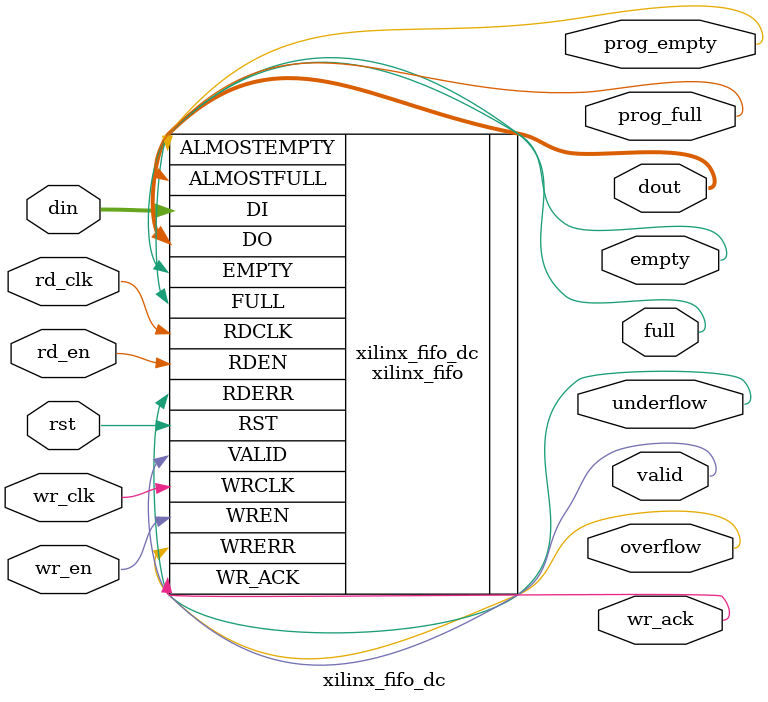
<source format=v>
/* 
 * xilinx_fifo_dc.v
 * 
 * Copyright (c) 2007 Koen De Vleeschauwer. 
 * 
 * THIS SOFTWARE IS PROVIDED BY THE AUTHOR AND CONTRIBUTORS ``AS IS'' AND 
 * ANY EXPRESS OR IMPLIED WARRANTIES, INCLUDING, BUT NOT LIMITED TO, THE 
 * IMPLIED WARRANTIES OF MERCHANTABILITY AND FITNESS FOR A PARTICULAR PURPOSE 
 * ARE DISCLAIMED. IN NO EVENT SHALL THE AUTHOR OR CONTRIBUTORS BE LIABLE 
 * FOR ANY DIRECT, INDIRECT, INCIDENTAL, SPECIAL, EXEMPLARY, OR CONSEQUENTIAL 
 * DAMAGES (INCLUDING, BUT NOT LIMITED TO, PROCUREMENT OF SUBSTITUTE GOODS 
 * OR SERVICES; LOSS OF USE, DATA, OR PROFITS; OR BUSINESS INTERRUPTION) 
 * HOWEVER CAUSED AND ON ANY THEORY OF LIABILITY, WHETHER IN CONTRACT, STRICT 
 * LIABILITY, OR TORT (INCLUDING NEGLIGENCE OR OTHERWISE) ARISING IN ANY WAY 
 * OUT OF THE USE OF THIS SOFTWARE, EVEN IF ADVISED OF THE POSSIBILITY OF 
 * SUCH DAMAGE.
 */

/*
 * fifo with independent clock for read and write port.
 */

`include "timescale.v"

module xilinx_fifo_dc (
	rst,
	wr_clk,
	din,
	wr_en,
	full,
	wr_ack,
	overflow,
	prog_full,
	rd_clk,
	dout,
	rd_en,
	empty,
	valid,
	underflow,
	prog_empty
        );

  parameter [8:0]dta_width=9'd8;      /* Data bus width */
  parameter [8:0]addr_width=9'd8;     /* Address bus width, determines fifo size by evaluating 2^addr_width */
  parameter [8:0]prog_thresh=9'd1;    /* Programmable threshold constant for prog_empty and prog_full */
         
  input          rst;         /* low active sync master reset */
  /* read port */
  input          rd_clk;      /* read clock. positive edge active */
  output [dta_width-1:0]dout; /* data output */
  input          rd_en;       /* read enable */
  output         empty;       /* asserted if fifo is empty; no additional reads can be performed */
  output         valid;       /* valid (read acknowledge): indicates rd_en was asserted during previous clock cycle and data was succesfully read from fifo and placed on dout */
  output         underflow;   /* underflow (read error): indicates rd_en was asserted during previous clock cycle but no data was read from fifo because fifo was empty */
  output         prog_empty;  /* indicates the fifo has prog_thresh entries, or less. threshold for asserting prog_empty is prog_thresh */
  /* write port */
  input          wr_clk;      /* write clock. positive edge active */
  input  [dta_width-1:0]din;  /* data input */
  input          wr_en;       /* write enable */
  output         full;        /* asserted if fifo is full; no additional writes can be performed */
  output         overflow;    /* overflow (write error): indicates wr_en was asserted during previous clock cycle but no data was written to fifo because fifo was full */
  output         wr_ack;      /* write acknowledge: indicates wr_en was asserted during previous clock cycle and data was succesfully written to fifo */
  output         prog_full;   /* indicates the fifo has prog_thresh free entries, or less, left. threshold for asserting prog_full is 2^addr_width - prog_thresh  */
 
  /* Writing when the fifo is full, or reading while the fifo is empty, does not destroy the contents of the fifo. */
  
  xilinx_fifo #(
    .ALMOST_FULL_OFFSET(prog_thresh),
    .ALMOST_EMPTY_OFFSET(prog_thresh),
    .DATA_WIDTH(dta_width),
    .ADDR_WIDTH(addr_width),
    .DO_REG(1),
    .EN_SYN("FALSE")
    )
  xilinx_fifo_dc (
    .ALMOSTEMPTY(prog_empty), 
    .ALMOSTFULL(prog_full), 
    .DO(dout), 
    .EMPTY(empty), 
    .FULL(full), 
    .RDERR(underflow), 
    .VALID(valid),
    .WRERR(overflow), 
    .WR_ACK(wr_ack),
    .DI(din), 
    .RDCLK(rd_clk), 
    .RDEN(rd_en), 
    .RST(rst), 
    .WRCLK(wr_clk), 
    .WREN(wr_en)
     );

`ifdef CHECK_GENERATE
    initial 
      $display("%m: fifo parameters: dta_width=%0d addr_width=%0d prog_thresh=%0d", dta_width, addr_width, prog_thresh);
`endif

endmodule
/* not truncated */

</source>
